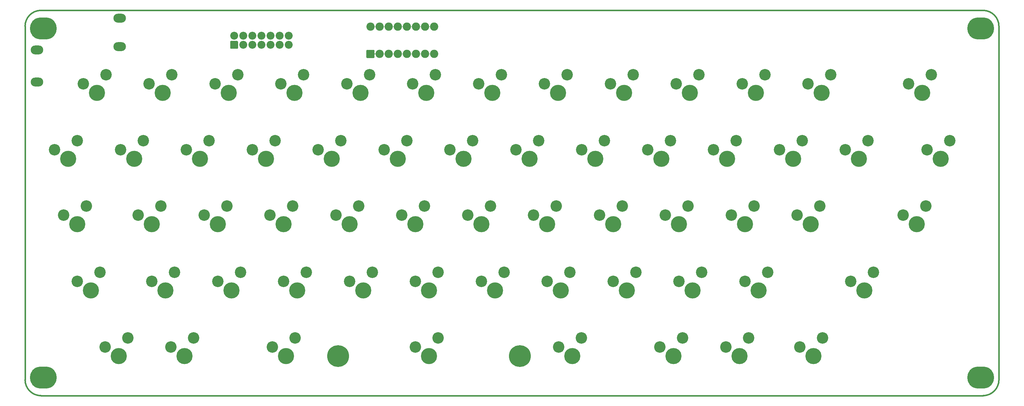
<source format=gbs>
G04 #@! TF.GenerationSoftware,KiCad,Pcbnew,(5.1.12)-1*
G04 #@! TF.CreationDate,2023-01-29T13:19:21+01:00*
G04 #@! TF.ProjectId,Keyboard,4b657962-6f61-4726-942e-6b696361645f,rev?*
G04 #@! TF.SameCoordinates,PX5baf6f8PY4eb9cf0*
G04 #@! TF.FileFunction,Soldermask,Bot*
G04 #@! TF.FilePolarity,Negative*
%FSLAX46Y46*%
G04 Gerber Fmt 4.6, Leading zero omitted, Abs format (unit mm)*
G04 Created by KiCad (PCBNEW (5.1.12)-1) date 2023-01-29 13:19:21*
%MOMM*%
%LPD*%
G01*
G04 APERTURE LIST*
G04 #@! TA.AperFunction,Profile*
%ADD10C,0.381000*%
G04 #@! TD*
%ADD11O,3.508000X2.508000*%
%ADD12C,3.208000*%
%ADD13C,4.508000*%
%ADD14O,7.508000X6.108000*%
%ADD15C,6.108000*%
%ADD16O,2.208000X2.208000*%
%ADD17O,2.308000X2.308000*%
%ADD18C,0.100000*%
G04 APERTURE END LIST*
D10*
X0Y-2540000D02*
G75*
G02*
X4445000Y1905000I4445000J0D01*
G01*
X4445000Y-105918000D02*
G75*
G02*
X0Y-101473000I0J4445000D01*
G01*
X0Y-101473000D02*
X0Y-2540000D01*
X267716000Y-105918000D02*
X4445000Y-105918000D01*
X272161000Y-101473000D02*
X272161000Y-2540000D01*
X4445000Y1905000D02*
X267716000Y1905000D01*
X272161000Y-101473000D02*
G75*
G02*
X267716000Y-105918000I-4445000J0D01*
G01*
X267716000Y1905000D02*
G75*
G02*
X272161000Y-2540000I0J-4445000D01*
G01*
X0Y-2540000D02*
G75*
G02*
X4445000Y1905000I4445000J0D01*
G01*
X4445000Y-105918000D02*
G75*
G02*
X0Y-101473000I0J4445000D01*
G01*
X0Y-101473000D02*
X0Y-2540000D01*
X267716000Y-105918000D02*
X4445000Y-105918000D01*
X272161000Y-101473000D02*
X272161000Y-2540000D01*
X4445000Y1905000D02*
X267716000Y1905000D01*
X272161000Y-101473000D02*
G75*
G02*
X267716000Y-105918000I-4445000J0D01*
G01*
X267716000Y1905000D02*
G75*
G02*
X272161000Y-2540000I0J-4445000D01*
G01*
D11*
X3302000Y-18161000D03*
X3302000Y-9144000D03*
X26416000Y-8255000D03*
X26416000Y-254000D03*
D12*
X155448000Y-89789000D03*
X149098000Y-92329000D03*
D13*
X152908000Y-94869000D03*
D12*
X75438000Y-89789000D03*
X69088000Y-92329000D03*
D13*
X72898000Y-94869000D03*
D14*
X5080000Y-100838000D03*
X267081000Y-100838000D03*
D12*
X115443000Y-89789000D03*
X109093000Y-92329000D03*
D13*
X112903000Y-94869000D03*
D15*
X138303000Y-94869000D03*
X87503000Y-94869000D03*
D16*
X73660000Y-5207000D03*
X73660000Y-7747000D03*
X71120000Y-5207000D03*
X71120000Y-7747000D03*
X68580000Y-5207000D03*
X68580000Y-7747000D03*
X66040000Y-5207000D03*
X66040000Y-7747000D03*
X63500000Y-5207000D03*
X63500000Y-7747000D03*
X60960000Y-5207000D03*
X60960000Y-7747000D03*
X58420000Y-5207000D03*
G36*
G01*
X59270000Y-8851000D02*
X57570000Y-8851000D01*
G75*
G02*
X57316000Y-8597000I0J254000D01*
G01*
X57316000Y-6897000D01*
G75*
G02*
X57570000Y-6643000I254000J0D01*
G01*
X59270000Y-6643000D01*
G75*
G02*
X59524000Y-6897000I0J-254000D01*
G01*
X59524000Y-8597000D01*
G75*
G02*
X59270000Y-8851000I-254000J0D01*
G01*
G37*
D14*
X267081000Y-3175000D03*
X5080000Y-3175000D03*
D12*
X253238000Y-16129000D03*
X246888000Y-18669000D03*
D13*
X250698000Y-21209000D03*
D12*
X222885000Y-89789000D03*
X216535000Y-92329000D03*
D13*
X220345000Y-94869000D03*
D12*
X20955000Y-71374000D03*
X14605000Y-73914000D03*
D13*
X18415000Y-76454000D03*
D12*
X17145000Y-52832000D03*
X10795000Y-55372000D03*
D13*
X14605000Y-57912000D03*
D12*
X237109000Y-71374000D03*
X230759000Y-73914000D03*
D13*
X234569000Y-76454000D03*
D12*
X251714000Y-52832000D03*
X245364000Y-55372000D03*
D13*
X249174000Y-57912000D03*
D12*
X222123000Y-52832000D03*
X215773000Y-55372000D03*
D13*
X219583000Y-57912000D03*
D12*
X258445000Y-34544000D03*
X252095000Y-37084000D03*
D13*
X255905000Y-39624000D03*
D12*
X225171000Y-16129000D03*
X218821000Y-18669000D03*
D13*
X222631000Y-21209000D03*
D12*
X51435000Y-34544000D03*
X45085000Y-37084000D03*
D13*
X48895000Y-39624000D03*
D12*
X217170000Y-34544000D03*
X210820000Y-37084000D03*
D13*
X214630000Y-39624000D03*
D12*
X202184000Y-89789000D03*
X195834000Y-92329000D03*
D13*
X199644000Y-94869000D03*
D12*
X78613000Y-71374000D03*
X72263000Y-73914000D03*
D13*
X76073000Y-76454000D03*
D12*
X74803000Y-52832000D03*
X68453000Y-55372000D03*
D13*
X72263000Y-57912000D03*
D12*
X59436000Y-16129000D03*
X53086000Y-18669000D03*
D13*
X56896000Y-21209000D03*
D12*
X56388000Y-52832000D03*
X50038000Y-55372000D03*
D13*
X53848000Y-57912000D03*
D12*
X235585000Y-34544000D03*
X229235000Y-37084000D03*
D13*
X233045000Y-39624000D03*
D12*
X47117000Y-89789000D03*
X40767000Y-92329000D03*
D13*
X44577000Y-94869000D03*
D12*
X41021000Y-16129000D03*
X34671000Y-18669000D03*
D13*
X38481000Y-21209000D03*
D12*
X33020000Y-34544000D03*
X26670000Y-37084000D03*
D13*
X30480000Y-39624000D03*
D12*
X60198000Y-71374000D03*
X53848000Y-73914000D03*
D13*
X57658000Y-76454000D03*
D12*
X37973000Y-52832000D03*
X31623000Y-55372000D03*
D13*
X35433000Y-57912000D03*
D12*
X28702000Y-89789000D03*
X22352000Y-92329000D03*
D13*
X26162000Y-94869000D03*
D12*
X41783000Y-71374000D03*
X35433000Y-73914000D03*
D13*
X39243000Y-76454000D03*
D12*
X14605000Y-34544000D03*
X8255000Y-37084000D03*
D13*
X12065000Y-39624000D03*
D12*
X22606000Y-16129000D03*
X16256000Y-18669000D03*
D13*
X20066000Y-21209000D03*
D12*
X207518000Y-71374000D03*
X201168000Y-73914000D03*
D13*
X204978000Y-76454000D03*
D12*
X69850000Y-34544000D03*
X63500000Y-37084000D03*
D13*
X67310000Y-39624000D03*
D12*
X198755000Y-34544000D03*
X192405000Y-37084000D03*
D13*
X196215000Y-39624000D03*
D12*
X183769000Y-89789000D03*
X177419000Y-92329000D03*
D13*
X181229000Y-94869000D03*
D12*
X206756000Y-16129000D03*
X200406000Y-18669000D03*
D13*
X204216000Y-21209000D03*
D12*
X77851000Y-16129000D03*
X71501000Y-18669000D03*
D13*
X75311000Y-21209000D03*
D12*
X93218000Y-52832000D03*
X86868000Y-55372000D03*
D13*
X90678000Y-57912000D03*
D12*
X97028000Y-71374000D03*
X90678000Y-73914000D03*
D13*
X94488000Y-76454000D03*
D12*
X111633000Y-52832000D03*
X105283000Y-55372000D03*
D13*
X109093000Y-57912000D03*
D12*
X188341000Y-16129000D03*
X181991000Y-18669000D03*
D13*
X185801000Y-21209000D03*
D12*
X180340000Y-34544000D03*
X173990000Y-37084000D03*
D13*
X177800000Y-39624000D03*
D12*
X189103000Y-71374000D03*
X182753000Y-73914000D03*
D13*
X186563000Y-76454000D03*
D12*
X203708000Y-52832000D03*
X197358000Y-55372000D03*
D13*
X201168000Y-57912000D03*
D12*
X115443000Y-71374000D03*
X109093000Y-73914000D03*
D13*
X112903000Y-76454000D03*
D12*
X88265000Y-34544000D03*
X81915000Y-37084000D03*
D13*
X85725000Y-39624000D03*
D12*
X96266000Y-16129000D03*
X89916000Y-18669000D03*
D13*
X93726000Y-21209000D03*
D12*
X185293000Y-52832000D03*
X178943000Y-55372000D03*
D13*
X182753000Y-57912000D03*
D12*
X130048000Y-52832000D03*
X123698000Y-55372000D03*
D13*
X127508000Y-57912000D03*
D12*
X161925000Y-34544000D03*
X155575000Y-37084000D03*
D13*
X159385000Y-39624000D03*
D12*
X170688000Y-71374000D03*
X164338000Y-73914000D03*
D13*
X168148000Y-76454000D03*
D12*
X169926000Y-16129000D03*
X163576000Y-18669000D03*
D13*
X167386000Y-21209000D03*
D12*
X114681000Y-16129000D03*
X108331000Y-18669000D03*
D13*
X112141000Y-21209000D03*
D12*
X106680000Y-34544000D03*
X100330000Y-37084000D03*
D13*
X104140000Y-39624000D03*
D12*
X133858000Y-71374000D03*
X127508000Y-73914000D03*
D13*
X131318000Y-76454000D03*
D12*
X125095000Y-34544000D03*
X118745000Y-37084000D03*
D13*
X122555000Y-39624000D03*
D12*
X151511000Y-16129000D03*
X145161000Y-18669000D03*
D13*
X148971000Y-21209000D03*
D12*
X143510000Y-34544000D03*
X137160000Y-37084000D03*
D13*
X140970000Y-39624000D03*
D12*
X166878000Y-52832000D03*
X160528000Y-55372000D03*
D13*
X164338000Y-57912000D03*
D12*
X152273000Y-71374000D03*
X145923000Y-73914000D03*
D13*
X149733000Y-76454000D03*
D12*
X148463000Y-52832000D03*
X142113000Y-55372000D03*
D13*
X145923000Y-57912000D03*
D12*
X133096000Y-16129000D03*
X126746000Y-18669000D03*
D13*
X130556000Y-21209000D03*
D17*
X96520000Y-2667000D03*
X114300000Y-10287000D03*
X99060000Y-2667000D03*
X111760000Y-10287000D03*
X101600000Y-2667000D03*
X109220000Y-10287000D03*
X104140000Y-2667000D03*
X106680000Y-10287000D03*
X106680000Y-2667000D03*
X104140000Y-10287000D03*
X109220000Y-2667000D03*
X101600000Y-10287000D03*
X111760000Y-2667000D03*
X99060000Y-10287000D03*
X114300000Y-2667000D03*
G36*
G01*
X97420000Y-11441000D02*
X95620000Y-11441000D01*
G75*
G02*
X95366000Y-11187000I0J254000D01*
G01*
X95366000Y-9387000D01*
G75*
G02*
X95620000Y-9133000I254000J0D01*
G01*
X97420000Y-9133000D01*
G75*
G02*
X97674000Y-9387000I0J-254000D01*
G01*
X97674000Y-11187000D01*
G75*
G02*
X97420000Y-11441000I-254000J0D01*
G01*
G37*
D18*
G36*
X97675990Y-10101921D02*
G01*
X97678372Y-10126108D01*
X97685372Y-10149183D01*
X97696737Y-10170447D01*
X97712032Y-10189084D01*
X97730669Y-10204379D01*
X97751933Y-10215744D01*
X97775008Y-10222744D01*
X97798999Y-10225107D01*
X97822990Y-10222744D01*
X97846065Y-10215744D01*
X97867329Y-10204379D01*
X97885966Y-10189084D01*
X97901261Y-10170447D01*
X97912626Y-10149183D01*
X97917900Y-10131797D01*
X97919360Y-10130430D01*
X97921274Y-10131011D01*
X97921776Y-10132768D01*
X97913557Y-10174087D01*
X97913557Y-10399913D01*
X97921776Y-10441232D01*
X97921133Y-10443126D01*
X97919171Y-10443516D01*
X97917900Y-10442203D01*
X97912626Y-10424817D01*
X97901261Y-10403554D01*
X97885966Y-10384917D01*
X97867329Y-10369621D01*
X97846065Y-10358256D01*
X97822990Y-10351256D01*
X97798999Y-10348893D01*
X97775008Y-10351256D01*
X97751933Y-10358256D01*
X97730670Y-10369621D01*
X97712033Y-10384916D01*
X97696737Y-10403553D01*
X97685372Y-10424817D01*
X97678372Y-10447892D01*
X97675990Y-10472079D01*
X97674825Y-10473705D01*
X97672835Y-10473509D01*
X97672000Y-10471883D01*
X97672000Y-10102117D01*
X97673000Y-10100385D01*
X97675000Y-10100385D01*
X97675990Y-10101921D01*
G37*
G36*
X102993017Y-10173806D02*
G01*
X102993557Y-10175173D01*
X102993557Y-10398827D01*
X102992557Y-10400559D01*
X102990557Y-10400559D01*
X102989643Y-10399408D01*
X102983627Y-10379576D01*
X102972262Y-10358312D01*
X102956967Y-10339676D01*
X102938330Y-10324380D01*
X102917066Y-10313015D01*
X102893991Y-10306015D01*
X102870000Y-10303652D01*
X102846009Y-10306015D01*
X102822934Y-10313015D01*
X102801670Y-10324380D01*
X102783034Y-10339675D01*
X102767738Y-10358312D01*
X102756373Y-10379576D01*
X102750357Y-10399408D01*
X102748897Y-10400775D01*
X102746983Y-10400194D01*
X102746443Y-10398827D01*
X102746443Y-10175173D01*
X102747443Y-10173441D01*
X102749443Y-10173441D01*
X102750357Y-10174592D01*
X102756373Y-10194424D01*
X102767738Y-10215687D01*
X102783033Y-10234324D01*
X102801670Y-10249620D01*
X102822934Y-10260985D01*
X102846009Y-10267985D01*
X102870000Y-10270348D01*
X102893991Y-10267985D01*
X102917066Y-10260985D01*
X102938330Y-10249620D01*
X102956966Y-10234325D01*
X102972262Y-10215687D01*
X102983627Y-10194424D01*
X102989643Y-10174592D01*
X102991103Y-10173225D01*
X102993017Y-10173806D01*
G37*
G36*
X108073017Y-10173806D02*
G01*
X108073557Y-10175173D01*
X108073557Y-10398827D01*
X108072557Y-10400559D01*
X108070557Y-10400559D01*
X108069643Y-10399408D01*
X108063627Y-10379576D01*
X108052262Y-10358312D01*
X108036967Y-10339676D01*
X108018330Y-10324380D01*
X107997066Y-10313015D01*
X107973991Y-10306015D01*
X107950000Y-10303652D01*
X107926009Y-10306015D01*
X107902934Y-10313015D01*
X107881670Y-10324380D01*
X107863034Y-10339675D01*
X107847738Y-10358312D01*
X107836373Y-10379576D01*
X107830357Y-10399408D01*
X107828897Y-10400775D01*
X107826983Y-10400194D01*
X107826443Y-10398827D01*
X107826443Y-10175173D01*
X107827443Y-10173441D01*
X107829443Y-10173441D01*
X107830357Y-10174592D01*
X107836373Y-10194424D01*
X107847738Y-10215687D01*
X107863033Y-10234324D01*
X107881670Y-10249620D01*
X107902934Y-10260985D01*
X107926009Y-10267985D01*
X107950000Y-10270348D01*
X107973991Y-10267985D01*
X107997066Y-10260985D01*
X108018330Y-10249620D01*
X108036966Y-10234325D01*
X108052262Y-10215687D01*
X108063627Y-10194424D01*
X108069643Y-10174592D01*
X108071103Y-10173225D01*
X108073017Y-10173806D01*
G37*
G36*
X100453017Y-10173806D02*
G01*
X100453557Y-10175173D01*
X100453557Y-10398827D01*
X100452557Y-10400559D01*
X100450557Y-10400559D01*
X100449643Y-10399408D01*
X100443627Y-10379576D01*
X100432262Y-10358312D01*
X100416967Y-10339676D01*
X100398330Y-10324380D01*
X100377066Y-10313015D01*
X100353991Y-10306015D01*
X100330000Y-10303652D01*
X100306009Y-10306015D01*
X100282934Y-10313015D01*
X100261670Y-10324380D01*
X100243034Y-10339675D01*
X100227738Y-10358312D01*
X100216373Y-10379576D01*
X100210357Y-10399408D01*
X100208897Y-10400775D01*
X100206983Y-10400194D01*
X100206443Y-10398827D01*
X100206443Y-10175173D01*
X100207443Y-10173441D01*
X100209443Y-10173441D01*
X100210357Y-10174592D01*
X100216373Y-10194424D01*
X100227738Y-10215687D01*
X100243033Y-10234324D01*
X100261670Y-10249620D01*
X100282934Y-10260985D01*
X100306009Y-10267985D01*
X100330000Y-10270348D01*
X100353991Y-10267985D01*
X100377066Y-10260985D01*
X100398330Y-10249620D01*
X100416966Y-10234325D01*
X100432262Y-10215687D01*
X100443627Y-10194424D01*
X100449643Y-10174592D01*
X100451103Y-10173225D01*
X100453017Y-10173806D01*
G37*
G36*
X105533017Y-10173806D02*
G01*
X105533557Y-10175173D01*
X105533557Y-10398827D01*
X105532557Y-10400559D01*
X105530557Y-10400559D01*
X105529643Y-10399408D01*
X105523627Y-10379576D01*
X105512262Y-10358312D01*
X105496967Y-10339676D01*
X105478330Y-10324380D01*
X105457066Y-10313015D01*
X105433991Y-10306015D01*
X105410000Y-10303652D01*
X105386009Y-10306015D01*
X105362934Y-10313015D01*
X105341670Y-10324380D01*
X105323034Y-10339675D01*
X105307738Y-10358312D01*
X105296373Y-10379576D01*
X105290357Y-10399408D01*
X105288897Y-10400775D01*
X105286983Y-10400194D01*
X105286443Y-10398827D01*
X105286443Y-10175173D01*
X105287443Y-10173441D01*
X105289443Y-10173441D01*
X105290357Y-10174592D01*
X105296373Y-10194424D01*
X105307738Y-10215687D01*
X105323033Y-10234324D01*
X105341670Y-10249620D01*
X105362934Y-10260985D01*
X105386009Y-10267985D01*
X105410000Y-10270348D01*
X105433991Y-10267985D01*
X105457066Y-10260985D01*
X105478330Y-10249620D01*
X105496966Y-10234325D01*
X105512262Y-10215687D01*
X105523627Y-10194424D01*
X105529643Y-10174592D01*
X105531103Y-10173225D01*
X105533017Y-10173806D01*
G37*
G36*
X113153017Y-10173806D02*
G01*
X113153557Y-10175173D01*
X113153557Y-10398827D01*
X113152557Y-10400559D01*
X113150557Y-10400559D01*
X113149643Y-10399408D01*
X113143627Y-10379576D01*
X113132262Y-10358312D01*
X113116967Y-10339676D01*
X113098330Y-10324380D01*
X113077066Y-10313015D01*
X113053991Y-10306015D01*
X113030000Y-10303652D01*
X113006009Y-10306015D01*
X112982934Y-10313015D01*
X112961670Y-10324380D01*
X112943034Y-10339675D01*
X112927738Y-10358312D01*
X112916373Y-10379576D01*
X112910357Y-10399408D01*
X112908897Y-10400775D01*
X112906983Y-10400194D01*
X112906443Y-10398827D01*
X112906443Y-10175173D01*
X112907443Y-10173441D01*
X112909443Y-10173441D01*
X112910357Y-10174592D01*
X112916373Y-10194424D01*
X112927738Y-10215687D01*
X112943033Y-10234324D01*
X112961670Y-10249620D01*
X112982934Y-10260985D01*
X113006009Y-10267985D01*
X113030000Y-10270348D01*
X113053991Y-10267985D01*
X113077066Y-10260985D01*
X113098330Y-10249620D01*
X113116966Y-10234325D01*
X113132262Y-10215687D01*
X113143627Y-10194424D01*
X113149643Y-10174592D01*
X113151103Y-10173225D01*
X113153017Y-10173806D01*
G37*
G36*
X110613017Y-10173806D02*
G01*
X110613557Y-10175173D01*
X110613557Y-10398827D01*
X110612557Y-10400559D01*
X110610557Y-10400559D01*
X110609643Y-10399408D01*
X110603627Y-10379576D01*
X110592262Y-10358312D01*
X110576967Y-10339676D01*
X110558330Y-10324380D01*
X110537066Y-10313015D01*
X110513991Y-10306015D01*
X110490000Y-10303652D01*
X110466009Y-10306015D01*
X110442934Y-10313015D01*
X110421670Y-10324380D01*
X110403034Y-10339675D01*
X110387738Y-10358312D01*
X110376373Y-10379576D01*
X110370357Y-10399408D01*
X110368897Y-10400775D01*
X110366983Y-10400194D01*
X110366443Y-10398827D01*
X110366443Y-10175173D01*
X110367443Y-10173441D01*
X110369443Y-10173441D01*
X110370357Y-10174592D01*
X110376373Y-10194424D01*
X110387738Y-10215687D01*
X110403033Y-10234324D01*
X110421670Y-10249620D01*
X110442934Y-10260985D01*
X110466009Y-10267985D01*
X110490000Y-10270348D01*
X110513991Y-10267985D01*
X110537066Y-10260985D01*
X110558330Y-10249620D01*
X110576966Y-10234325D01*
X110592262Y-10215687D01*
X110603627Y-10194424D01*
X110609643Y-10174592D01*
X110611103Y-10173225D01*
X110613017Y-10173806D01*
G37*
G36*
X113153017Y-2553806D02*
G01*
X113153557Y-2555173D01*
X113153557Y-2778827D01*
X113152557Y-2780559D01*
X113150557Y-2780559D01*
X113149643Y-2779408D01*
X113143627Y-2759576D01*
X113132262Y-2738312D01*
X113116967Y-2719676D01*
X113098330Y-2704380D01*
X113077066Y-2693015D01*
X113053991Y-2686015D01*
X113030000Y-2683652D01*
X113006009Y-2686015D01*
X112982934Y-2693015D01*
X112961670Y-2704380D01*
X112943034Y-2719675D01*
X112927738Y-2738312D01*
X112916373Y-2759576D01*
X112910357Y-2779408D01*
X112908897Y-2780775D01*
X112906983Y-2780194D01*
X112906443Y-2778827D01*
X112906443Y-2555173D01*
X112907443Y-2553441D01*
X112909443Y-2553441D01*
X112910357Y-2554592D01*
X112916373Y-2574424D01*
X112927738Y-2595688D01*
X112943033Y-2614324D01*
X112961670Y-2629620D01*
X112982934Y-2640985D01*
X113006009Y-2647985D01*
X113030000Y-2650348D01*
X113053991Y-2647985D01*
X113077066Y-2640985D01*
X113098330Y-2629620D01*
X113116966Y-2614325D01*
X113132262Y-2595688D01*
X113143627Y-2574424D01*
X113149643Y-2554592D01*
X113151103Y-2553225D01*
X113153017Y-2553806D01*
G37*
G36*
X105533017Y-2553806D02*
G01*
X105533557Y-2555173D01*
X105533557Y-2778827D01*
X105532557Y-2780559D01*
X105530557Y-2780559D01*
X105529643Y-2779408D01*
X105523627Y-2759576D01*
X105512262Y-2738312D01*
X105496967Y-2719676D01*
X105478330Y-2704380D01*
X105457066Y-2693015D01*
X105433991Y-2686015D01*
X105410000Y-2683652D01*
X105386009Y-2686015D01*
X105362934Y-2693015D01*
X105341670Y-2704380D01*
X105323034Y-2719675D01*
X105307738Y-2738312D01*
X105296373Y-2759576D01*
X105290357Y-2779408D01*
X105288897Y-2780775D01*
X105286983Y-2780194D01*
X105286443Y-2778827D01*
X105286443Y-2555173D01*
X105287443Y-2553441D01*
X105289443Y-2553441D01*
X105290357Y-2554592D01*
X105296373Y-2574424D01*
X105307738Y-2595688D01*
X105323033Y-2614324D01*
X105341670Y-2629620D01*
X105362934Y-2640985D01*
X105386009Y-2647985D01*
X105410000Y-2650348D01*
X105433991Y-2647985D01*
X105457066Y-2640985D01*
X105478330Y-2629620D01*
X105496966Y-2614325D01*
X105512262Y-2595688D01*
X105523627Y-2574424D01*
X105529643Y-2554592D01*
X105531103Y-2553225D01*
X105533017Y-2553806D01*
G37*
G36*
X100453017Y-2553806D02*
G01*
X100453557Y-2555173D01*
X100453557Y-2778827D01*
X100452557Y-2780559D01*
X100450557Y-2780559D01*
X100449643Y-2779408D01*
X100443627Y-2759576D01*
X100432262Y-2738312D01*
X100416967Y-2719676D01*
X100398330Y-2704380D01*
X100377066Y-2693015D01*
X100353991Y-2686015D01*
X100330000Y-2683652D01*
X100306009Y-2686015D01*
X100282934Y-2693015D01*
X100261670Y-2704380D01*
X100243034Y-2719675D01*
X100227738Y-2738312D01*
X100216373Y-2759576D01*
X100210357Y-2779408D01*
X100208897Y-2780775D01*
X100206983Y-2780194D01*
X100206443Y-2778827D01*
X100206443Y-2555173D01*
X100207443Y-2553441D01*
X100209443Y-2553441D01*
X100210357Y-2554592D01*
X100216373Y-2574424D01*
X100227738Y-2595688D01*
X100243033Y-2614324D01*
X100261670Y-2629620D01*
X100282934Y-2640985D01*
X100306009Y-2647985D01*
X100330000Y-2650348D01*
X100353991Y-2647985D01*
X100377066Y-2640985D01*
X100398330Y-2629620D01*
X100416966Y-2614325D01*
X100432262Y-2595688D01*
X100443627Y-2574424D01*
X100449643Y-2554592D01*
X100451103Y-2553225D01*
X100453017Y-2553806D01*
G37*
G36*
X97913017Y-2553806D02*
G01*
X97913557Y-2555173D01*
X97913557Y-2778827D01*
X97912557Y-2780559D01*
X97910557Y-2780559D01*
X97909643Y-2779408D01*
X97903627Y-2759576D01*
X97892262Y-2738312D01*
X97876967Y-2719676D01*
X97858330Y-2704380D01*
X97837066Y-2693015D01*
X97813991Y-2686015D01*
X97790000Y-2683652D01*
X97766009Y-2686015D01*
X97742934Y-2693015D01*
X97721670Y-2704380D01*
X97703034Y-2719675D01*
X97687738Y-2738312D01*
X97676373Y-2759576D01*
X97670357Y-2779408D01*
X97668897Y-2780775D01*
X97666983Y-2780194D01*
X97666443Y-2778827D01*
X97666443Y-2555173D01*
X97667443Y-2553441D01*
X97669443Y-2553441D01*
X97670357Y-2554592D01*
X97676373Y-2574424D01*
X97687738Y-2595688D01*
X97703033Y-2614324D01*
X97721670Y-2629620D01*
X97742934Y-2640985D01*
X97766009Y-2647985D01*
X97790000Y-2650348D01*
X97813991Y-2647985D01*
X97837066Y-2640985D01*
X97858330Y-2629620D01*
X97876966Y-2614325D01*
X97892262Y-2595688D01*
X97903627Y-2574424D01*
X97909643Y-2554592D01*
X97911103Y-2553225D01*
X97913017Y-2553806D01*
G37*
G36*
X110613017Y-2553806D02*
G01*
X110613557Y-2555173D01*
X110613557Y-2778827D01*
X110612557Y-2780559D01*
X110610557Y-2780559D01*
X110609643Y-2779408D01*
X110603627Y-2759576D01*
X110592262Y-2738312D01*
X110576967Y-2719676D01*
X110558330Y-2704380D01*
X110537066Y-2693015D01*
X110513991Y-2686015D01*
X110490000Y-2683652D01*
X110466009Y-2686015D01*
X110442934Y-2693015D01*
X110421670Y-2704380D01*
X110403034Y-2719675D01*
X110387738Y-2738312D01*
X110376373Y-2759576D01*
X110370357Y-2779408D01*
X110368897Y-2780775D01*
X110366983Y-2780194D01*
X110366443Y-2778827D01*
X110366443Y-2555173D01*
X110367443Y-2553441D01*
X110369443Y-2553441D01*
X110370357Y-2554592D01*
X110376373Y-2574424D01*
X110387738Y-2595688D01*
X110403033Y-2614324D01*
X110421670Y-2629620D01*
X110442934Y-2640985D01*
X110466009Y-2647985D01*
X110490000Y-2650348D01*
X110513991Y-2647985D01*
X110537066Y-2640985D01*
X110558330Y-2629620D01*
X110576966Y-2614325D01*
X110592262Y-2595688D01*
X110603627Y-2574424D01*
X110609643Y-2554592D01*
X110611103Y-2553225D01*
X110613017Y-2553806D01*
G37*
G36*
X108073017Y-2553806D02*
G01*
X108073557Y-2555173D01*
X108073557Y-2778827D01*
X108072557Y-2780559D01*
X108070557Y-2780559D01*
X108069643Y-2779408D01*
X108063627Y-2759576D01*
X108052262Y-2738312D01*
X108036967Y-2719676D01*
X108018330Y-2704380D01*
X107997066Y-2693015D01*
X107973991Y-2686015D01*
X107950000Y-2683652D01*
X107926009Y-2686015D01*
X107902934Y-2693015D01*
X107881670Y-2704380D01*
X107863034Y-2719675D01*
X107847738Y-2738312D01*
X107836373Y-2759576D01*
X107830357Y-2779408D01*
X107828897Y-2780775D01*
X107826983Y-2780194D01*
X107826443Y-2778827D01*
X107826443Y-2555173D01*
X107827443Y-2553441D01*
X107829443Y-2553441D01*
X107830357Y-2554592D01*
X107836373Y-2574424D01*
X107847738Y-2595688D01*
X107863033Y-2614324D01*
X107881670Y-2629620D01*
X107902934Y-2640985D01*
X107926009Y-2647985D01*
X107950000Y-2650348D01*
X107973991Y-2647985D01*
X107997066Y-2640985D01*
X108018330Y-2629620D01*
X108036966Y-2614325D01*
X108052262Y-2595688D01*
X108063627Y-2574424D01*
X108069643Y-2554592D01*
X108071103Y-2553225D01*
X108073017Y-2553806D01*
G37*
G36*
X102993017Y-2553806D02*
G01*
X102993557Y-2555173D01*
X102993557Y-2778827D01*
X102992557Y-2780559D01*
X102990557Y-2780559D01*
X102989643Y-2779408D01*
X102983627Y-2759576D01*
X102972262Y-2738312D01*
X102956967Y-2719676D01*
X102938330Y-2704380D01*
X102917066Y-2693015D01*
X102893991Y-2686015D01*
X102870000Y-2683652D01*
X102846009Y-2686015D01*
X102822934Y-2693015D01*
X102801670Y-2704380D01*
X102783034Y-2719675D01*
X102767738Y-2738312D01*
X102756373Y-2759576D01*
X102750357Y-2779408D01*
X102748897Y-2780775D01*
X102746983Y-2780194D01*
X102746443Y-2778827D01*
X102746443Y-2555173D01*
X102747443Y-2553441D01*
X102749443Y-2553441D01*
X102750357Y-2554592D01*
X102756373Y-2574424D01*
X102767738Y-2595688D01*
X102783033Y-2614324D01*
X102801670Y-2629620D01*
X102822934Y-2640985D01*
X102846009Y-2647985D01*
X102870000Y-2650348D01*
X102893991Y-2647985D01*
X102917066Y-2640985D01*
X102938330Y-2629620D01*
X102956966Y-2614325D01*
X102972262Y-2595688D01*
X102983627Y-2574424D01*
X102989643Y-2554592D01*
X102991103Y-2553225D01*
X102993017Y-2553806D01*
G37*
M02*

</source>
